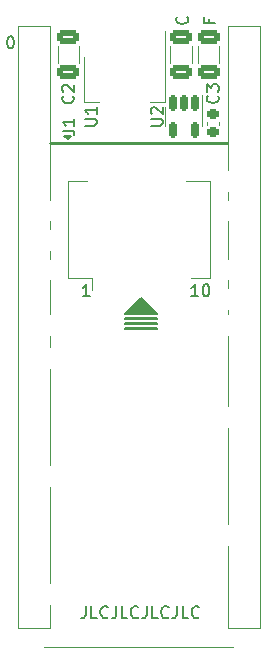
<source format=gto>
G04 #@! TF.GenerationSoftware,KiCad,Pcbnew,7.0.7*
G04 #@! TF.CreationDate,2023-09-02T23:49:02-04:00*
G04 #@! TF.ProjectId,sfp-snoop2,7366702d-736e-46f6-9f70-322e6b696361,rev?*
G04 #@! TF.SameCoordinates,Original*
G04 #@! TF.FileFunction,Legend,Top*
G04 #@! TF.FilePolarity,Positive*
%FSLAX46Y46*%
G04 Gerber Fmt 4.6, Leading zero omitted, Abs format (unit mm)*
G04 Created by KiCad (PCBNEW 7.0.7) date 2023-09-02 23:49:02*
%MOMM*%
%LPD*%
G01*
G04 APERTURE LIST*
G04 Aperture macros list*
%AMRoundRect*
0 Rectangle with rounded corners*
0 $1 Rounding radius*
0 $2 $3 $4 $5 $6 $7 $8 $9 X,Y pos of 4 corners*
0 Add a 4 corners polygon primitive as box body*
4,1,4,$2,$3,$4,$5,$6,$7,$8,$9,$2,$3,0*
0 Add four circle primitives for the rounded corners*
1,1,$1+$1,$2,$3*
1,1,$1+$1,$4,$5*
1,1,$1+$1,$6,$7*
1,1,$1+$1,$8,$9*
0 Add four rect primitives between the rounded corners*
20,1,$1+$1,$2,$3,$4,$5,0*
20,1,$1+$1,$4,$5,$6,$7,0*
20,1,$1+$1,$6,$7,$8,$9,0*
20,1,$1+$1,$8,$9,$2,$3,0*%
G04 Aperture macros list end*
%ADD10C,0.150000*%
%ADD11C,0.120000*%
%ADD12C,0.240000*%
%ADD13C,1.700000*%
%ADD14O,1.700000X1.700000*%
%ADD15R,1.700000X1.700000*%
%ADD16RoundRect,0.225000X0.250000X-0.225000X0.250000X0.225000X-0.250000X0.225000X-0.250000X-0.225000X0*%
%ADD17C,1.550000*%
%ADD18R,0.500000X2.000000*%
%ADD19C,1.350000*%
%ADD20RoundRect,0.250000X-0.650000X0.325000X-0.650000X-0.325000X0.650000X-0.325000X0.650000X0.325000X0*%
%ADD21RoundRect,0.150000X-0.150000X0.512500X-0.150000X-0.512500X0.150000X-0.512500X0.150000X0.512500X0*%
%ADD22RoundRect,0.250000X0.650000X-0.325000X0.650000X0.325000X-0.650000X0.325000X-0.650000X-0.325000X0*%
%ADD23R,1.500000X2.000000*%
%ADD24R,3.800000X2.000000*%
G04 APERTURE END LIST*
D10*
X137261600Y-87299800D02*
X139954000Y-87299800D01*
X139954000Y-87376000D01*
X137261600Y-87376000D01*
X137261600Y-87299800D01*
G36*
X137261600Y-87299800D02*
G01*
X139954000Y-87299800D01*
X139954000Y-87376000D01*
X137261600Y-87376000D01*
X137261600Y-87299800D01*
G37*
X137261600Y-86893400D02*
X139954000Y-86893400D01*
X139954000Y-86969600D01*
X137261600Y-86969600D01*
X137261600Y-86893400D01*
G36*
X137261600Y-86893400D02*
G01*
X139954000Y-86893400D01*
X139954000Y-86969600D01*
X137261600Y-86969600D01*
X137261600Y-86893400D01*
G37*
X137261600Y-87706200D02*
X139954000Y-87706200D01*
X139954000Y-87782400D01*
X137261600Y-87782400D01*
X137261600Y-87706200D01*
G36*
X137261600Y-87706200D02*
G01*
X139954000Y-87706200D01*
X139954000Y-87782400D01*
X137261600Y-87782400D01*
X137261600Y-87706200D01*
G37*
X132384823Y-71755000D02*
X132105673Y-71475850D01*
X132664223Y-71475600D01*
X132384823Y-71755000D01*
G36*
X132384823Y-71755000D02*
G01*
X132105673Y-71475850D01*
X132664223Y-71475600D01*
X132384823Y-71755000D01*
G37*
X139943471Y-86537800D02*
X137283211Y-86537800D01*
X138615931Y-85205080D01*
X139943471Y-86537800D01*
G36*
X139943471Y-86537800D02*
G01*
X137283211Y-86537800D01*
X138615931Y-85205080D01*
X139943471Y-86537800D01*
G37*
X134261388Y-85036819D02*
X133689960Y-85036819D01*
X133975674Y-85036819D02*
X133975674Y-84036819D01*
X133975674Y-84036819D02*
X133880436Y-84179676D01*
X133880436Y-84179676D02*
X133785198Y-84274914D01*
X133785198Y-84274914D02*
X133689960Y-84322533D01*
X127615744Y-64045180D02*
X127520506Y-64045180D01*
X127520506Y-64045180D02*
X127425268Y-63997561D01*
X127425268Y-63997561D02*
X127377649Y-63949942D01*
X127377649Y-63949942D02*
X127330030Y-63854704D01*
X127330030Y-63854704D02*
X127282411Y-63664228D01*
X127282411Y-63664228D02*
X127282411Y-63426133D01*
X127282411Y-63426133D02*
X127330030Y-63235657D01*
X127330030Y-63235657D02*
X127377649Y-63140419D01*
X127377649Y-63140419D02*
X127425268Y-63092800D01*
X127425268Y-63092800D02*
X127520506Y-63045180D01*
X127520506Y-63045180D02*
X127615744Y-63045180D01*
X127615744Y-63045180D02*
X127710982Y-63092800D01*
X127710982Y-63092800D02*
X127758601Y-63140419D01*
X127758601Y-63140419D02*
X127806220Y-63235657D01*
X127806220Y-63235657D02*
X127853839Y-63426133D01*
X127853839Y-63426133D02*
X127853839Y-63664228D01*
X127853839Y-63664228D02*
X127806220Y-63854704D01*
X127806220Y-63854704D02*
X127758601Y-63949942D01*
X127758601Y-63949942D02*
X127710982Y-63997561D01*
X127710982Y-63997561D02*
X127615744Y-64045180D01*
X143446523Y-85036819D02*
X142875095Y-85036819D01*
X143160809Y-85036819D02*
X143160809Y-84036819D01*
X143160809Y-84036819D02*
X143065571Y-84179676D01*
X143065571Y-84179676D02*
X142970333Y-84274914D01*
X142970333Y-84274914D02*
X142875095Y-84322533D01*
X144065571Y-84036819D02*
X144160809Y-84036819D01*
X144160809Y-84036819D02*
X144256047Y-84084438D01*
X144256047Y-84084438D02*
X144303666Y-84132057D01*
X144303666Y-84132057D02*
X144351285Y-84227295D01*
X144351285Y-84227295D02*
X144398904Y-84417771D01*
X144398904Y-84417771D02*
X144398904Y-84655866D01*
X144398904Y-84655866D02*
X144351285Y-84846342D01*
X144351285Y-84846342D02*
X144303666Y-84941580D01*
X144303666Y-84941580D02*
X144256047Y-84989200D01*
X144256047Y-84989200D02*
X144160809Y-85036819D01*
X144160809Y-85036819D02*
X144065571Y-85036819D01*
X144065571Y-85036819D02*
X143970333Y-84989200D01*
X143970333Y-84989200D02*
X143922714Y-84941580D01*
X143922714Y-84941580D02*
X143875095Y-84846342D01*
X143875095Y-84846342D02*
X143827476Y-84655866D01*
X143827476Y-84655866D02*
X143827476Y-84417771D01*
X143827476Y-84417771D02*
X143875095Y-84227295D01*
X143875095Y-84227295D02*
X143922714Y-84132057D01*
X143922714Y-84132057D02*
X143970333Y-84084438D01*
X143970333Y-84084438D02*
X144065571Y-84036819D01*
X142497980Y-61361676D02*
X142545600Y-61409295D01*
X142545600Y-61409295D02*
X142593219Y-61552152D01*
X142593219Y-61552152D02*
X142593219Y-61647390D01*
X142593219Y-61647390D02*
X142545600Y-61790247D01*
X142545600Y-61790247D02*
X142450361Y-61885485D01*
X142450361Y-61885485D02*
X142355123Y-61933104D01*
X142355123Y-61933104D02*
X142164647Y-61980723D01*
X142164647Y-61980723D02*
X142021790Y-61980723D01*
X142021790Y-61980723D02*
X141831314Y-61933104D01*
X141831314Y-61933104D02*
X141736076Y-61885485D01*
X141736076Y-61885485D02*
X141640838Y-61790247D01*
X141640838Y-61790247D02*
X141593219Y-61647390D01*
X141593219Y-61647390D02*
X141593219Y-61552152D01*
X141593219Y-61552152D02*
X141640838Y-61409295D01*
X141640838Y-61409295D02*
X141688457Y-61361676D01*
X133937951Y-111291019D02*
X133937951Y-112005304D01*
X133937951Y-112005304D02*
X133890332Y-112148161D01*
X133890332Y-112148161D02*
X133795094Y-112243400D01*
X133795094Y-112243400D02*
X133652237Y-112291019D01*
X133652237Y-112291019D02*
X133556999Y-112291019D01*
X134890332Y-112291019D02*
X134414142Y-112291019D01*
X134414142Y-112291019D02*
X134414142Y-111291019D01*
X135795094Y-112195780D02*
X135747475Y-112243400D01*
X135747475Y-112243400D02*
X135604618Y-112291019D01*
X135604618Y-112291019D02*
X135509380Y-112291019D01*
X135509380Y-112291019D02*
X135366523Y-112243400D01*
X135366523Y-112243400D02*
X135271285Y-112148161D01*
X135271285Y-112148161D02*
X135223666Y-112052923D01*
X135223666Y-112052923D02*
X135176047Y-111862447D01*
X135176047Y-111862447D02*
X135176047Y-111719590D01*
X135176047Y-111719590D02*
X135223666Y-111529114D01*
X135223666Y-111529114D02*
X135271285Y-111433876D01*
X135271285Y-111433876D02*
X135366523Y-111338638D01*
X135366523Y-111338638D02*
X135509380Y-111291019D01*
X135509380Y-111291019D02*
X135604618Y-111291019D01*
X135604618Y-111291019D02*
X135747475Y-111338638D01*
X135747475Y-111338638D02*
X135795094Y-111386257D01*
X136509380Y-111291019D02*
X136509380Y-112005304D01*
X136509380Y-112005304D02*
X136461761Y-112148161D01*
X136461761Y-112148161D02*
X136366523Y-112243400D01*
X136366523Y-112243400D02*
X136223666Y-112291019D01*
X136223666Y-112291019D02*
X136128428Y-112291019D01*
X137461761Y-112291019D02*
X136985571Y-112291019D01*
X136985571Y-112291019D02*
X136985571Y-111291019D01*
X138366523Y-112195780D02*
X138318904Y-112243400D01*
X138318904Y-112243400D02*
X138176047Y-112291019D01*
X138176047Y-112291019D02*
X138080809Y-112291019D01*
X138080809Y-112291019D02*
X137937952Y-112243400D01*
X137937952Y-112243400D02*
X137842714Y-112148161D01*
X137842714Y-112148161D02*
X137795095Y-112052923D01*
X137795095Y-112052923D02*
X137747476Y-111862447D01*
X137747476Y-111862447D02*
X137747476Y-111719590D01*
X137747476Y-111719590D02*
X137795095Y-111529114D01*
X137795095Y-111529114D02*
X137842714Y-111433876D01*
X137842714Y-111433876D02*
X137937952Y-111338638D01*
X137937952Y-111338638D02*
X138080809Y-111291019D01*
X138080809Y-111291019D02*
X138176047Y-111291019D01*
X138176047Y-111291019D02*
X138318904Y-111338638D01*
X138318904Y-111338638D02*
X138366523Y-111386257D01*
X139080809Y-111291019D02*
X139080809Y-112005304D01*
X139080809Y-112005304D02*
X139033190Y-112148161D01*
X139033190Y-112148161D02*
X138937952Y-112243400D01*
X138937952Y-112243400D02*
X138795095Y-112291019D01*
X138795095Y-112291019D02*
X138699857Y-112291019D01*
X140033190Y-112291019D02*
X139557000Y-112291019D01*
X139557000Y-112291019D02*
X139557000Y-111291019D01*
X140937952Y-112195780D02*
X140890333Y-112243400D01*
X140890333Y-112243400D02*
X140747476Y-112291019D01*
X140747476Y-112291019D02*
X140652238Y-112291019D01*
X140652238Y-112291019D02*
X140509381Y-112243400D01*
X140509381Y-112243400D02*
X140414143Y-112148161D01*
X140414143Y-112148161D02*
X140366524Y-112052923D01*
X140366524Y-112052923D02*
X140318905Y-111862447D01*
X140318905Y-111862447D02*
X140318905Y-111719590D01*
X140318905Y-111719590D02*
X140366524Y-111529114D01*
X140366524Y-111529114D02*
X140414143Y-111433876D01*
X140414143Y-111433876D02*
X140509381Y-111338638D01*
X140509381Y-111338638D02*
X140652238Y-111291019D01*
X140652238Y-111291019D02*
X140747476Y-111291019D01*
X140747476Y-111291019D02*
X140890333Y-111338638D01*
X140890333Y-111338638D02*
X140937952Y-111386257D01*
X141652238Y-111291019D02*
X141652238Y-112005304D01*
X141652238Y-112005304D02*
X141604619Y-112148161D01*
X141604619Y-112148161D02*
X141509381Y-112243400D01*
X141509381Y-112243400D02*
X141366524Y-112291019D01*
X141366524Y-112291019D02*
X141271286Y-112291019D01*
X142604619Y-112291019D02*
X142128429Y-112291019D01*
X142128429Y-112291019D02*
X142128429Y-111291019D01*
X143509381Y-112195780D02*
X143461762Y-112243400D01*
X143461762Y-112243400D02*
X143318905Y-112291019D01*
X143318905Y-112291019D02*
X143223667Y-112291019D01*
X143223667Y-112291019D02*
X143080810Y-112243400D01*
X143080810Y-112243400D02*
X142985572Y-112148161D01*
X142985572Y-112148161D02*
X142937953Y-112052923D01*
X142937953Y-112052923D02*
X142890334Y-111862447D01*
X142890334Y-111862447D02*
X142890334Y-111719590D01*
X142890334Y-111719590D02*
X142937953Y-111529114D01*
X142937953Y-111529114D02*
X142985572Y-111433876D01*
X142985572Y-111433876D02*
X143080810Y-111338638D01*
X143080810Y-111338638D02*
X143223667Y-111291019D01*
X143223667Y-111291019D02*
X143318905Y-111291019D01*
X143318905Y-111291019D02*
X143461762Y-111338638D01*
X143461762Y-111338638D02*
X143509381Y-111386257D01*
X144380809Y-61553742D02*
X144380809Y-61887075D01*
X144904619Y-61887075D02*
X143904619Y-61887075D01*
X143904619Y-61887075D02*
X143904619Y-61410885D01*
X145088780Y-68060866D02*
X145136400Y-68108485D01*
X145136400Y-68108485D02*
X145184019Y-68251342D01*
X145184019Y-68251342D02*
X145184019Y-68346580D01*
X145184019Y-68346580D02*
X145136400Y-68489437D01*
X145136400Y-68489437D02*
X145041161Y-68584675D01*
X145041161Y-68584675D02*
X144945923Y-68632294D01*
X144945923Y-68632294D02*
X144755447Y-68679913D01*
X144755447Y-68679913D02*
X144612590Y-68679913D01*
X144612590Y-68679913D02*
X144422114Y-68632294D01*
X144422114Y-68632294D02*
X144326876Y-68584675D01*
X144326876Y-68584675D02*
X144231638Y-68489437D01*
X144231638Y-68489437D02*
X144184019Y-68346580D01*
X144184019Y-68346580D02*
X144184019Y-68251342D01*
X144184019Y-68251342D02*
X144231638Y-68108485D01*
X144231638Y-68108485D02*
X144279257Y-68060866D01*
X144184019Y-67727532D02*
X144184019Y-67108485D01*
X144184019Y-67108485D02*
X144564971Y-67441818D01*
X144564971Y-67441818D02*
X144564971Y-67298961D01*
X144564971Y-67298961D02*
X144612590Y-67203723D01*
X144612590Y-67203723D02*
X144660209Y-67156104D01*
X144660209Y-67156104D02*
X144755447Y-67108485D01*
X144755447Y-67108485D02*
X144993542Y-67108485D01*
X144993542Y-67108485D02*
X145088780Y-67156104D01*
X145088780Y-67156104D02*
X145136400Y-67203723D01*
X145136400Y-67203723D02*
X145184019Y-67298961D01*
X145184019Y-67298961D02*
X145184019Y-67584675D01*
X145184019Y-67584675D02*
X145136400Y-67679913D01*
X145136400Y-67679913D02*
X145088780Y-67727532D01*
X131966619Y-71021533D02*
X132680904Y-71021533D01*
X132680904Y-71021533D02*
X132823761Y-71069152D01*
X132823761Y-71069152D02*
X132919000Y-71164390D01*
X132919000Y-71164390D02*
X132966619Y-71307247D01*
X132966619Y-71307247D02*
X132966619Y-71402485D01*
X132966619Y-70021533D02*
X132966619Y-70592961D01*
X132966619Y-70307247D02*
X131966619Y-70307247D01*
X131966619Y-70307247D02*
X132109476Y-70402485D01*
X132109476Y-70402485D02*
X132204714Y-70497723D01*
X132204714Y-70497723D02*
X132252333Y-70592961D01*
X132820580Y-68086266D02*
X132868200Y-68133885D01*
X132868200Y-68133885D02*
X132915819Y-68276742D01*
X132915819Y-68276742D02*
X132915819Y-68371980D01*
X132915819Y-68371980D02*
X132868200Y-68514837D01*
X132868200Y-68514837D02*
X132772961Y-68610075D01*
X132772961Y-68610075D02*
X132677723Y-68657694D01*
X132677723Y-68657694D02*
X132487247Y-68705313D01*
X132487247Y-68705313D02*
X132344390Y-68705313D01*
X132344390Y-68705313D02*
X132153914Y-68657694D01*
X132153914Y-68657694D02*
X132058676Y-68610075D01*
X132058676Y-68610075D02*
X131963438Y-68514837D01*
X131963438Y-68514837D02*
X131915819Y-68371980D01*
X131915819Y-68371980D02*
X131915819Y-68276742D01*
X131915819Y-68276742D02*
X131963438Y-68133885D01*
X131963438Y-68133885D02*
X132011057Y-68086266D01*
X132011057Y-67705313D02*
X131963438Y-67657694D01*
X131963438Y-67657694D02*
X131915819Y-67562456D01*
X131915819Y-67562456D02*
X131915819Y-67324361D01*
X131915819Y-67324361D02*
X131963438Y-67229123D01*
X131963438Y-67229123D02*
X132011057Y-67181504D01*
X132011057Y-67181504D02*
X132106295Y-67133885D01*
X132106295Y-67133885D02*
X132201533Y-67133885D01*
X132201533Y-67133885D02*
X132344390Y-67181504D01*
X132344390Y-67181504D02*
X132915819Y-67752932D01*
X132915819Y-67752932D02*
X132915819Y-67133885D01*
X139434219Y-70586504D02*
X140243742Y-70586504D01*
X140243742Y-70586504D02*
X140338980Y-70538885D01*
X140338980Y-70538885D02*
X140386600Y-70491266D01*
X140386600Y-70491266D02*
X140434219Y-70396028D01*
X140434219Y-70396028D02*
X140434219Y-70205552D01*
X140434219Y-70205552D02*
X140386600Y-70110314D01*
X140386600Y-70110314D02*
X140338980Y-70062695D01*
X140338980Y-70062695D02*
X140243742Y-70015076D01*
X140243742Y-70015076D02*
X139434219Y-70015076D01*
X139529457Y-69586504D02*
X139481838Y-69538885D01*
X139481838Y-69538885D02*
X139434219Y-69443647D01*
X139434219Y-69443647D02*
X139434219Y-69205552D01*
X139434219Y-69205552D02*
X139481838Y-69110314D01*
X139481838Y-69110314D02*
X139529457Y-69062695D01*
X139529457Y-69062695D02*
X139624695Y-69015076D01*
X139624695Y-69015076D02*
X139719933Y-69015076D01*
X139719933Y-69015076D02*
X139862790Y-69062695D01*
X139862790Y-69062695D02*
X140434219Y-69634123D01*
X140434219Y-69634123D02*
X140434219Y-69015076D01*
X133846219Y-70586504D02*
X134655742Y-70586504D01*
X134655742Y-70586504D02*
X134750980Y-70538885D01*
X134750980Y-70538885D02*
X134798600Y-70491266D01*
X134798600Y-70491266D02*
X134846219Y-70396028D01*
X134846219Y-70396028D02*
X134846219Y-70205552D01*
X134846219Y-70205552D02*
X134798600Y-70110314D01*
X134798600Y-70110314D02*
X134750980Y-70062695D01*
X134750980Y-70062695D02*
X134655742Y-70015076D01*
X134655742Y-70015076D02*
X133846219Y-70015076D01*
X134846219Y-69015076D02*
X134846219Y-69586504D01*
X134846219Y-69300790D02*
X133846219Y-69300790D01*
X133846219Y-69300790D02*
X133989076Y-69396028D01*
X133989076Y-69396028D02*
X134084314Y-69491266D01*
X134084314Y-69491266D02*
X134131933Y-69586504D01*
D11*
X145990000Y-62170000D02*
X145990000Y-74350000D01*
X145990000Y-62170000D02*
X148650000Y-62170000D01*
X145990000Y-76200000D02*
X145990000Y-76850000D01*
X145990000Y-78700000D02*
X145990000Y-81850000D01*
X145990000Y-83700000D02*
X145990000Y-84350000D01*
X145990000Y-86200000D02*
X145990000Y-86550000D01*
X145990000Y-88400000D02*
X145990000Y-94350000D01*
X145990000Y-96200000D02*
X145990000Y-104350000D01*
X145990000Y-106200000D02*
X145990000Y-113090000D01*
X145990000Y-113090000D02*
X148650000Y-113090000D01*
X147320000Y-62170000D02*
X148650000Y-62170000D01*
X148650000Y-62170000D02*
X148650000Y-113090000D01*
X144219200Y-70523980D02*
X144219200Y-70242820D01*
X145239200Y-70523980D02*
X145239200Y-70242820D01*
X146425000Y-114775000D02*
X130425000Y-114775000D01*
X132425000Y-83475000D02*
X134425000Y-83475000D01*
X134425000Y-83475000D02*
X134425000Y-84475000D01*
X142825000Y-83475000D02*
X144425000Y-83475000D01*
X132425000Y-75275000D02*
X132425000Y-83475000D01*
X134025000Y-75275000D02*
X132425000Y-75275000D01*
X142425000Y-75275000D02*
X144425000Y-75275000D01*
X144425000Y-75275000D02*
X144425000Y-83475000D01*
D12*
X145925000Y-72075000D02*
X130925000Y-72075000D01*
D11*
X128210000Y-62170000D02*
X128210000Y-113090000D01*
X128210000Y-62170000D02*
X130870000Y-62170000D01*
X128210000Y-113090000D02*
X130870000Y-113090000D01*
X130870000Y-62170000D02*
X130870000Y-76850000D01*
X130870000Y-78700000D02*
X130870000Y-79350000D01*
X130870000Y-81200000D02*
X130870000Y-81850000D01*
X130870000Y-83700000D02*
X130870000Y-86550000D01*
X130870000Y-88400000D02*
X130870000Y-89350000D01*
X130870000Y-91200000D02*
X130870000Y-99350000D01*
X130870000Y-101200000D02*
X130870000Y-109350000D01*
X130870000Y-111200000D02*
X130870000Y-113090000D01*
X142920000Y-63858748D02*
X142920000Y-65281252D01*
X141100000Y-63858748D02*
X141100000Y-65281252D01*
X133370000Y-63858748D02*
X133370000Y-65281252D01*
X131550000Y-63858748D02*
X131550000Y-65281252D01*
X143800000Y-69824600D02*
X143800000Y-68024600D01*
X143800000Y-69824600D02*
X143800000Y-70624600D01*
X140680000Y-69824600D02*
X140680000Y-69024600D01*
X140680000Y-69824600D02*
X140680000Y-70624600D01*
X143430000Y-65281252D02*
X143430000Y-63858748D01*
X145250000Y-65281252D02*
X145250000Y-63858748D01*
X140635000Y-62570000D02*
X140635000Y-68580000D01*
X133815000Y-64820000D02*
X133815000Y-68580000D01*
X140635000Y-68580000D02*
X139375000Y-68580000D01*
X133815000Y-68580000D02*
X135075000Y-68580000D01*
%LPC*%
D13*
X147320000Y-63500000D03*
D14*
X147320000Y-66040000D03*
X147320000Y-68580000D03*
X147320000Y-71120000D03*
X147320000Y-73660000D03*
X147320000Y-76200000D03*
X147320000Y-78740000D03*
X147320000Y-81280000D03*
X147320000Y-83820000D03*
X147320000Y-86360000D03*
X147320000Y-88900000D03*
X147320000Y-91440000D03*
X147320000Y-93980000D03*
X147320000Y-96520000D03*
X147320000Y-99060000D03*
X147320000Y-101600000D03*
X147320000Y-104140000D03*
X147320000Y-106680000D03*
X147320000Y-109220000D03*
D15*
X147320000Y-111760000D03*
D16*
X144729200Y-71158400D03*
X144729200Y-69608400D03*
D17*
X133625000Y-79375000D03*
X143225000Y-79375000D03*
D18*
X135025000Y-83475000D03*
X135825000Y-83475000D03*
X136625000Y-83475000D03*
X137425000Y-83475000D03*
X138225000Y-83475000D03*
X139025000Y-83475000D03*
X139825000Y-83475000D03*
X140625000Y-83475000D03*
X141425000Y-83475000D03*
X142225000Y-83475000D03*
X141825000Y-75275000D03*
X141025000Y-75275000D03*
X140225000Y-75275000D03*
X139425000Y-75275000D03*
X138625000Y-75275000D03*
X137825000Y-75275000D03*
X137025000Y-75275000D03*
X136225000Y-75275000D03*
X135425000Y-75275000D03*
X134625000Y-75275000D03*
D19*
X131300000Y-110275000D03*
X139875000Y-110275000D03*
X145550000Y-105275000D03*
X131300000Y-100275000D03*
X145550000Y-95275000D03*
X131300000Y-90275000D03*
X136975000Y-90275000D03*
X142375000Y-90275000D03*
X131300000Y-87475000D03*
X145550000Y-87475000D03*
X145550000Y-85275000D03*
X131300000Y-82775000D03*
X145550000Y-82775000D03*
X131300000Y-80275000D03*
X131300000Y-77775000D03*
X145550000Y-77775000D03*
X145550000Y-75275000D03*
X133625000Y-73175000D03*
X138425000Y-73175000D03*
X143225000Y-73175000D03*
D15*
X129540000Y-63500000D03*
D14*
X129540000Y-66040000D03*
X129540000Y-68580000D03*
X129540000Y-71120000D03*
X129540000Y-73660000D03*
X129540000Y-76200000D03*
X129540000Y-78740000D03*
X129540000Y-81280000D03*
X129540000Y-83820000D03*
X129540000Y-86360000D03*
X129540000Y-88900000D03*
X129540000Y-91440000D03*
X129540000Y-93980000D03*
X129540000Y-96520000D03*
X129540000Y-99060000D03*
X129540000Y-101600000D03*
X129540000Y-104140000D03*
X129540000Y-106680000D03*
X129540000Y-109220000D03*
X129540000Y-111760000D03*
D20*
X142010000Y-63095000D03*
X142010000Y-66045000D03*
X132460000Y-63095000D03*
X132460000Y-66045000D03*
D21*
X143190000Y-68687100D03*
X142240000Y-68687100D03*
X141290000Y-68687100D03*
X141290000Y-70962100D03*
X143190000Y-70962100D03*
D22*
X144340000Y-66045000D03*
X144340000Y-63095000D03*
D23*
X139525000Y-63520000D03*
X137225000Y-63520000D03*
D24*
X137225000Y-69820000D03*
D23*
X134925000Y-63520000D03*
G36*
X142801831Y-91643499D02*
G01*
X142984855Y-91661524D01*
X143008697Y-91666266D01*
X143175921Y-91716993D01*
X143198380Y-91726296D01*
X143352487Y-91808669D01*
X143372698Y-91822174D01*
X143507779Y-91933032D01*
X143524967Y-91950220D01*
X143635825Y-92085301D01*
X143649330Y-92105512D01*
X143731703Y-92259619D01*
X143741006Y-92282078D01*
X143791733Y-92449302D01*
X143796475Y-92473143D01*
X143814501Y-92656167D01*
X143814800Y-92662248D01*
X143814800Y-107921551D01*
X143814501Y-107927632D01*
X143796475Y-108110656D01*
X143791733Y-108134497D01*
X143741006Y-108301721D01*
X143731703Y-108324180D01*
X143649330Y-108478287D01*
X143635825Y-108498498D01*
X143524967Y-108633579D01*
X143507779Y-108650767D01*
X143372698Y-108761625D01*
X143352487Y-108775130D01*
X143198380Y-108857503D01*
X143175921Y-108866806D01*
X143008697Y-108917533D01*
X142984856Y-108922275D01*
X142801832Y-108940301D01*
X142795751Y-108940600D01*
X134013449Y-108940600D01*
X134007368Y-108940301D01*
X133824343Y-108922275D01*
X133800502Y-108917533D01*
X133633278Y-108866806D01*
X133610819Y-108857503D01*
X133456712Y-108775130D01*
X133436501Y-108761625D01*
X133301420Y-108650767D01*
X133284232Y-108633579D01*
X133173374Y-108498498D01*
X133159869Y-108478287D01*
X133077496Y-108324180D01*
X133068193Y-108301721D01*
X133017466Y-108134497D01*
X133012724Y-108110655D01*
X132994699Y-107927631D01*
X132994400Y-107921551D01*
X132994400Y-92662248D01*
X132994699Y-92656168D01*
X133012724Y-92473144D01*
X133017466Y-92449302D01*
X133068193Y-92282078D01*
X133077496Y-92259619D01*
X133159869Y-92105512D01*
X133173374Y-92085301D01*
X133284232Y-91950220D01*
X133301420Y-91933032D01*
X133436501Y-91822174D01*
X133456712Y-91808669D01*
X133610819Y-91726296D01*
X133633278Y-91716993D01*
X133800502Y-91666266D01*
X133824344Y-91661524D01*
X134007369Y-91643499D01*
X134013449Y-91643200D01*
X142795751Y-91643200D01*
X142801831Y-91643499D01*
G37*
%LPD*%
M02*

</source>
